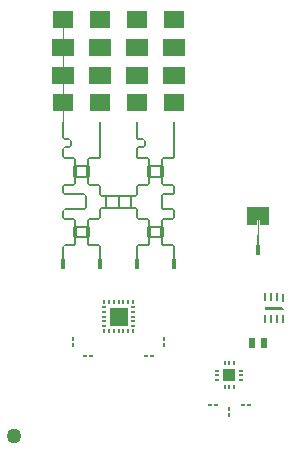
<source format=gts>
G04*
G04 #@! TF.GenerationSoftware,Altium Limited,Altium Designer,25.8.1 (18)*
G04*
G04 Layer_Color=8388736*
%FSLAX26Y26*%
%MOIN*%
G70*
G04*
G04 #@! TF.SameCoordinates,AB66D781-FBCB-4B57-8275-DC7DE2197C71*
G04*
G04*
G04 #@! TF.FilePolarity,Negative*
G04*
G01*
G75*
%ADD21R,0.010344X0.013941*%
%ADD22R,0.013941X0.010344*%
%ADD23R,0.009842X0.031496*%
%ADD24C,0.008858*%
%ADD25R,0.009842X0.027559*%
%ADD26R,0.039000X0.039000*%
%ADD27R,0.013000X0.010000*%
%ADD28R,0.010000X0.013000*%
%ADD29R,0.059000X0.059000*%
%ADD30R,0.022000X0.033000*%
%ADD31R,0.012992X0.003937*%
%ADD32C,0.050000*%
G36*
X-152332Y1177173D02*
X-183204Y1177173D01*
X-183220Y1177167D01*
X-183226Y1177152D01*
X-183226Y1141719D01*
X-183220Y1141704D01*
X-183204Y1141697D01*
X-147915Y1141697D01*
X-147915Y1084653D01*
X-183204Y1084653D01*
X-183220Y1084647D01*
X-183226Y1084632D01*
X-183226Y1049199D01*
X-183220Y1049184D01*
X-183204Y1049178D01*
X-147915Y1049178D01*
X-147915Y992134D01*
X-183204Y992134D01*
X-183220Y992128D01*
X-183226Y992112D01*
X-183226Y956679D01*
X-183220Y956664D01*
X-183204Y956658D01*
X-152332Y956658D01*
X-152332Y899614D01*
X-183204Y899614D01*
X-183220Y899608D01*
X-183226Y899593D01*
X-183226Y864160D01*
X-183220Y864145D01*
X-183204Y864139D01*
X-182385Y864139D01*
X-182385Y829435D01*
X-182379Y829420D01*
X-182364Y829414D01*
X-181285Y829414D01*
X-181285Y748161D01*
X-189532Y739913D01*
X-221677Y739913D01*
X-221692Y739907D01*
X-221698Y739892D01*
X-221698Y716766D01*
X-221692Y716751D01*
X-221677Y716745D01*
X-218683Y716745D01*
X-218683Y682346D01*
X-221677Y682346D01*
X-221692Y682340D01*
X-221698Y682325D01*
X-221698Y659199D01*
X-221692Y659184D01*
X-221677Y659178D01*
X-189532Y659178D01*
X-181285Y650930D01*
X-181285Y629098D01*
X-189532Y620850D01*
X-222295Y620850D01*
X-222310Y620844D01*
X-222316Y620829D01*
X-222316Y576715D01*
X-222310Y576700D01*
X-222295Y576694D01*
X-189532Y576694D01*
X-181285Y568446D01*
X-181285Y546614D01*
X-189532Y538366D01*
X-221677Y538366D01*
X-221692Y538360D01*
X-221698Y538345D01*
X-221698Y515219D01*
X-221692Y515204D01*
X-221677Y515197D01*
X-218683Y515197D01*
X-218683Y480799D01*
X-221677Y480799D01*
X-221692Y480793D01*
X-221698Y480778D01*
X-221698Y457652D01*
X-221692Y457637D01*
X-221677Y457631D01*
X-189532Y457631D01*
X-181285Y449383D01*
X-181285Y440928D01*
X-181279Y440912D01*
X-181264Y440906D01*
X-179903Y440906D01*
X-179903Y406990D01*
X-179897Y406975D01*
X-179882Y406969D01*
X-178230Y406969D01*
X-178230Y373480D01*
X-191179Y373480D01*
X-191179Y406969D01*
X-189527Y406969D01*
X-189512Y406975D01*
X-189506Y406990D01*
X-189506Y440906D01*
X-188145Y440906D01*
X-188130Y440912D01*
X-188124Y440928D01*
X-188124Y450770D01*
X-188130Y450785D01*
X-188145Y450791D01*
X-220290Y450791D01*
X-228538Y459039D01*
X-228538Y477337D01*
X-228544Y477352D01*
X-228559Y477358D01*
X-264118Y477358D01*
X-264133Y477352D01*
X-264139Y477337D01*
X-264139Y459039D01*
X-272387Y450791D01*
X-304531Y450791D01*
X-304546Y450785D01*
X-304553Y450770D01*
X-304553Y440928D01*
X-304546Y440912D01*
X-304531Y440906D01*
X-303171Y440906D01*
X-303171Y406990D01*
X-303164Y406975D01*
X-303149Y406969D01*
X-301498Y406969D01*
X-301498Y373480D01*
X-314447Y373480D01*
X-314447Y406969D01*
X-312795Y406969D01*
X-312780Y406975D01*
X-312774Y406990D01*
X-312774Y440906D01*
X-311413Y440906D01*
X-311398Y440912D01*
X-311392Y440928D01*
X-311392Y449383D01*
X-303144Y457631D01*
X-271000Y457631D01*
X-270985Y457637D01*
X-270978Y457652D01*
X-270978Y480778D01*
X-270985Y480793D01*
X-271000Y480799D01*
X-273994Y480799D01*
X-273994Y515197D01*
X-271000Y515197D01*
X-270985Y515204D01*
X-270978Y515219D01*
X-270978Y538345D01*
X-270985Y538360D01*
X-271000Y538366D01*
X-303144Y538366D01*
X-311392Y546614D01*
X-311392Y574754D01*
X-311398Y574769D01*
X-311413Y574776D01*
X-427799Y574776D01*
X-427814Y574769D01*
X-427820Y574754D01*
X-427820Y546614D01*
X-436068Y538366D01*
X-468212Y538366D01*
X-468228Y538360D01*
X-468234Y538345D01*
X-468234Y515219D01*
X-468228Y515204D01*
X-468212Y515197D01*
X-465218Y515197D01*
X-465218Y480799D01*
X-468212Y480799D01*
X-468228Y480793D01*
X-468234Y480778D01*
X-468234Y457652D01*
X-468228Y457637D01*
X-468212Y457631D01*
X-436068Y457631D01*
X-427820Y449383D01*
X-427820Y440928D01*
X-427814Y440912D01*
X-427799Y440906D01*
X-426438Y440906D01*
X-426438Y406990D01*
X-426432Y406975D01*
X-426417Y406969D01*
X-424765Y406969D01*
X-424765Y373480D01*
X-437715Y373480D01*
X-437715Y406969D01*
X-436063Y406969D01*
X-436048Y406975D01*
X-436041Y406990D01*
X-436041Y440906D01*
X-434681Y440906D01*
X-434666Y440912D01*
X-434660Y440928D01*
X-434660Y450770D01*
X-434666Y450785D01*
X-434681Y450791D01*
X-466825Y450791D01*
X-475073Y459039D01*
X-475073Y477337D01*
X-475079Y477352D01*
X-475094Y477358D01*
X-510653Y477358D01*
X-510668Y477352D01*
X-510675Y477337D01*
X-510675Y459039D01*
X-518922Y450791D01*
X-551067Y450791D01*
X-551082Y450785D01*
X-551088Y450770D01*
X-551088Y440928D01*
X-551082Y440912D01*
X-551067Y440906D01*
X-549706Y440906D01*
X-549706Y406990D01*
X-549700Y406975D01*
X-549685Y406969D01*
X-548033Y406969D01*
X-548033Y373480D01*
X-560982Y373480D01*
X-560982Y406969D01*
X-559331Y406969D01*
X-559315Y406975D01*
X-559309Y406990D01*
X-559309Y440906D01*
X-557949Y440906D01*
X-557933Y440912D01*
X-557927Y440928D01*
X-557927Y449383D01*
X-549680Y457631D01*
X-517535Y457631D01*
X-517520Y457637D01*
X-517514Y457652D01*
X-517514Y480778D01*
X-517520Y480793D01*
X-517535Y480799D01*
X-520530Y480799D01*
X-520530Y515197D01*
X-517535Y515197D01*
X-517520Y515204D01*
X-517514Y515219D01*
X-517514Y538345D01*
X-517520Y538360D01*
X-517535Y538366D01*
X-549680Y538366D01*
X-557927Y546614D01*
X-557927Y568446D01*
X-549680Y576694D01*
X-482681Y576694D01*
X-482666Y576700D01*
X-482660Y576715D01*
X-482660Y620829D01*
X-482666Y620844D01*
X-482681Y620850D01*
X-549680Y620850D01*
X-557927Y629098D01*
X-557927Y650930D01*
X-549680Y659178D01*
X-517535Y659178D01*
X-517520Y659184D01*
X-517514Y659199D01*
X-517514Y682325D01*
X-517520Y682340D01*
X-517535Y682346D01*
X-520530Y682346D01*
X-520530Y716745D01*
X-517535Y716745D01*
X-517520Y716751D01*
X-517514Y716766D01*
X-517514Y739892D01*
X-517520Y739907D01*
X-517535Y739913D01*
X-549680Y739913D01*
X-557927Y748161D01*
X-557927Y774915D01*
X-549680Y783162D01*
X-531972Y783162D01*
X-531957Y783168D01*
X-531951Y783183D01*
X-531951Y802868D01*
X-531957Y802884D01*
X-531972Y802890D01*
X-549680Y802890D01*
X-557927Y811137D01*
X-557927Y829414D01*
X-556848Y829414D01*
X-556833Y829420D01*
X-556827Y829435D01*
X-556827Y864139D01*
X-556008Y864139D01*
X-555993Y864145D01*
X-555986Y864160D01*
X-555986Y899593D01*
X-555993Y899608D01*
X-556008Y899614D01*
X-586880Y899614D01*
X-586880Y956658D01*
X-556008Y956658D01*
X-555993Y956664D01*
X-555986Y956679D01*
X-555986Y992112D01*
X-555993Y992128D01*
X-556008Y992134D01*
X-591297Y992134D01*
X-591297Y1049178D01*
X-556008Y1049178D01*
X-555993Y1049184D01*
X-555986Y1049199D01*
X-555986Y1084632D01*
X-555993Y1084647D01*
X-556008Y1084653D01*
X-591297Y1084653D01*
X-591297Y1141697D01*
X-556008Y1141697D01*
X-555993Y1141704D01*
X-555986Y1141719D01*
X-555986Y1177152D01*
X-555993Y1177167D01*
X-556008Y1177173D01*
X-586880Y1177173D01*
X-586880Y1234217D01*
X-522135Y1234217D01*
X-522135Y1177173D01*
X-553008Y1177173D01*
X-553023Y1177167D01*
X-553029Y1177152D01*
X-553029Y1141719D01*
X-553023Y1141704D01*
X-553008Y1141697D01*
X-517718Y1141697D01*
X-517718Y1084653D01*
X-553008Y1084653D01*
X-553023Y1084647D01*
X-553029Y1084632D01*
X-553029Y1049199D01*
X-553023Y1049184D01*
X-553008Y1049178D01*
X-517718Y1049178D01*
X-517718Y992134D01*
X-553008Y992134D01*
X-553023Y992128D01*
X-553029Y992112D01*
X-553029Y956679D01*
X-553023Y956664D01*
X-553008Y956658D01*
X-522135Y956658D01*
X-522135Y899614D01*
X-553008Y899614D01*
X-553023Y899608D01*
X-553029Y899593D01*
X-553029Y864160D01*
X-553023Y864145D01*
X-553008Y864139D01*
X-552188Y864139D01*
X-552188Y829435D01*
X-552182Y829420D01*
X-552167Y829414D01*
X-551088Y829414D01*
X-551088Y809750D01*
X-551082Y809735D01*
X-551067Y809729D01*
X-533359Y809729D01*
X-525112Y801482D01*
X-525112Y784570D01*
X-533359Y776323D01*
X-551067Y776323D01*
X-551082Y776317D01*
X-551088Y776302D01*
X-551088Y746774D01*
X-551082Y746759D01*
X-551067Y746753D01*
X-518922Y746753D01*
X-510675Y738505D01*
X-510675Y720207D01*
X-510668Y720192D01*
X-510653Y720186D01*
X-475094Y720186D01*
X-475079Y720192D01*
X-475073Y720207D01*
X-475073Y738505D01*
X-466826Y746753D01*
X-434681Y746753D01*
X-434666Y746759D01*
X-434660Y746774D01*
X-434660Y829414D01*
X-433580Y829414D01*
X-433565Y829420D01*
X-433559Y829435D01*
X-433559Y864139D01*
X-432740Y864139D01*
X-432725Y864145D01*
X-432719Y864160D01*
X-432719Y899593D01*
X-432725Y899608D01*
X-432740Y899614D01*
X-463612Y899614D01*
X-463612Y956658D01*
X-432740Y956658D01*
X-432725Y956664D01*
X-432719Y956679D01*
X-432719Y992112D01*
X-432725Y992128D01*
X-432740Y992134D01*
X-468030Y992134D01*
X-468030Y1049178D01*
X-432740Y1049178D01*
X-432725Y1049184D01*
X-432719Y1049199D01*
X-432719Y1084632D01*
X-432725Y1084647D01*
X-432740Y1084653D01*
X-468030Y1084653D01*
X-468030Y1141697D01*
X-432740Y1141697D01*
X-432725Y1141704D01*
X-432719Y1141719D01*
X-432719Y1177152D01*
X-432725Y1177167D01*
X-432740Y1177173D01*
X-463612Y1177173D01*
X-463612Y1234217D01*
X-398868Y1234217D01*
X-398868Y1177173D01*
X-429740Y1177173D01*
X-429755Y1177167D01*
X-429761Y1177152D01*
X-429761Y1141719D01*
X-429755Y1141704D01*
X-429740Y1141697D01*
X-394450Y1141697D01*
X-394450Y1084653D01*
X-429740Y1084653D01*
X-429755Y1084647D01*
X-429761Y1084632D01*
X-429761Y1049199D01*
X-429755Y1049184D01*
X-429740Y1049178D01*
X-394450Y1049178D01*
X-394450Y992134D01*
X-429740Y992134D01*
X-429755Y992128D01*
X-429761Y992112D01*
X-429761Y956679D01*
X-429755Y956664D01*
X-429740Y956658D01*
X-398868Y956658D01*
X-398868Y899614D01*
X-429740Y899614D01*
X-429755Y899608D01*
X-429761Y899593D01*
X-429761Y864160D01*
X-429755Y864145D01*
X-429740Y864139D01*
X-428921Y864139D01*
X-428921Y829435D01*
X-428914Y829420D01*
X-428899Y829414D01*
X-427820Y829414D01*
X-427820Y748161D01*
X-436068Y739913D01*
X-468212Y739913D01*
X-468228Y739907D01*
X-468234Y739892D01*
X-468234Y716766D01*
X-468228Y716751D01*
X-468212Y716745D01*
X-465218Y716745D01*
X-465218Y682346D01*
X-468212Y682346D01*
X-468228Y682340D01*
X-468234Y682325D01*
X-468234Y659199D01*
X-468228Y659184D01*
X-468212Y659178D01*
X-436068Y659178D01*
X-427820Y650930D01*
X-427820Y622790D01*
X-427814Y622775D01*
X-427799Y622768D01*
X-311413Y622768D01*
X-311398Y622775D01*
X-311392Y622790D01*
X-311392Y650930D01*
X-303144Y659178D01*
X-271000Y659178D01*
X-270985Y659184D01*
X-270978Y659199D01*
X-270978Y682325D01*
X-270985Y682340D01*
X-271000Y682346D01*
X-273994Y682346D01*
X-273994Y716745D01*
X-271000Y716745D01*
X-270985Y716751D01*
X-270978Y716766D01*
X-270978Y739892D01*
X-270985Y739907D01*
X-271000Y739913D01*
X-303144Y739913D01*
X-311392Y748161D01*
X-311392Y774915D01*
X-303144Y783162D01*
X-285437Y783162D01*
X-285422Y783168D01*
X-285416Y783183D01*
X-285416Y802868D01*
X-285422Y802884D01*
X-285437Y802890D01*
X-303144Y802890D01*
X-311392Y811137D01*
X-311392Y829414D01*
X-310313Y829414D01*
X-310298Y829420D01*
X-310291Y829435D01*
X-310291Y864139D01*
X-309472Y864139D01*
X-309457Y864145D01*
X-309451Y864160D01*
X-309451Y899593D01*
X-309457Y899608D01*
X-309472Y899614D01*
X-340345Y899614D01*
X-340345Y956658D01*
X-309472Y956658D01*
X-309457Y956664D01*
X-309451Y956679D01*
X-309451Y992112D01*
X-309457Y992128D01*
X-309472Y992134D01*
X-344762Y992134D01*
X-344762Y1049178D01*
X-309472Y1049178D01*
X-309457Y1049184D01*
X-309451Y1049199D01*
X-309451Y1084632D01*
X-309457Y1084647D01*
X-309472Y1084653D01*
X-344762Y1084653D01*
X-344762Y1141697D01*
X-309472Y1141697D01*
X-309457Y1141704D01*
X-309451Y1141719D01*
X-309451Y1177152D01*
X-309457Y1177167D01*
X-309472Y1177173D01*
X-340345Y1177173D01*
X-340345Y1234217D01*
X-275600Y1234217D01*
X-275600Y1177173D01*
X-306472Y1177173D01*
X-306487Y1177167D01*
X-306493Y1177152D01*
X-306493Y1141719D01*
X-306487Y1141704D01*
X-306472Y1141697D01*
X-271183Y1141697D01*
X-271183Y1084653D01*
X-306472Y1084653D01*
X-306487Y1084647D01*
X-306493Y1084632D01*
X-306493Y1049199D01*
X-306487Y1049184D01*
X-306472Y1049178D01*
X-271183Y1049178D01*
X-271183Y992134D01*
X-306472Y992134D01*
X-306487Y992128D01*
X-306493Y992112D01*
X-306493Y956679D01*
X-306487Y956664D01*
X-306472Y956658D01*
X-275600Y956658D01*
X-275600Y899614D01*
X-306472Y899614D01*
X-306487Y899608D01*
X-306493Y899593D01*
X-306493Y864160D01*
X-306487Y864145D01*
X-306472Y864139D01*
X-305653Y864139D01*
X-305653Y829435D01*
X-305647Y829420D01*
X-305632Y829414D01*
X-304553Y829414D01*
X-304553Y809750D01*
X-304546Y809735D01*
X-304531Y809729D01*
X-286824Y809729D01*
X-278576Y801482D01*
X-278576Y784570D01*
X-286824Y776323D01*
X-304531Y776323D01*
X-304546Y776317D01*
X-304553Y776302D01*
X-304553Y746774D01*
X-304546Y746759D01*
X-304531Y746753D01*
X-272387Y746753D01*
X-264139Y738505D01*
X-264139Y720207D01*
X-264133Y720192D01*
X-264118Y720186D01*
X-228559Y720186D01*
X-228544Y720192D01*
X-228538Y720207D01*
X-228538Y738505D01*
X-220290Y746753D01*
X-188145Y746753D01*
X-188130Y746759D01*
X-188124Y746774D01*
X-188124Y829414D01*
X-187045Y829414D01*
X-187030Y829420D01*
X-187024Y829435D01*
X-187024Y864139D01*
X-186204Y864139D01*
X-186189Y864145D01*
X-186183Y864160D01*
X-186183Y899593D01*
X-186189Y899608D01*
X-186204Y899614D01*
X-217077Y899614D01*
X-217077Y956658D01*
X-186204Y956658D01*
X-186189Y956664D01*
X-186183Y956679D01*
X-186183Y992112D01*
X-186189Y992128D01*
X-186204Y992134D01*
X-221494Y992134D01*
X-221494Y1049178D01*
X-186204Y1049178D01*
X-186189Y1049184D01*
X-186183Y1049199D01*
X-186183Y1084632D01*
X-186189Y1084647D01*
X-186204Y1084653D01*
X-221494Y1084653D01*
X-221494Y1141697D01*
X-186204Y1141697D01*
X-186189Y1141704D01*
X-186183Y1141719D01*
X-186183Y1177152D01*
X-186189Y1177167D01*
X-186204Y1177173D01*
X-217077Y1177173D01*
X-217077Y1234217D01*
X-152332Y1234217D01*
X-152332Y1177173D01*
X-152332Y1177173D02*
G37*
G36*
X133187Y522858D02*
X100880Y522858D01*
X100880Y538604D01*
X100879Y538606D01*
X100878Y538606D01*
X97878Y538606D01*
X97876Y538606D01*
X97876Y538604D01*
X97876Y487620D01*
X97876Y487618D01*
X97878Y487618D01*
X99811Y487618D01*
X99811Y453270D01*
X99811Y453268D01*
X99813Y453267D01*
X102872Y453267D01*
X102872Y419740D01*
X89884Y419740D01*
X89884Y453267D01*
X92943Y453267D01*
X92945Y453268D01*
X92945Y453270D01*
X92945Y487618D01*
X94878Y487618D01*
X94879Y487618D01*
X94880Y487620D01*
X94880Y538604D01*
X94879Y538606D01*
X94878Y538606D01*
X91878Y538606D01*
X91876Y538606D01*
X91876Y538604D01*
X91876Y522858D01*
X59569Y522858D01*
X59569Y579941D01*
X133187Y579941D01*
X133187Y522858D01*
X133187Y522858D02*
G37*
G36*
X181024Y242575D02*
X181024Y238638D01*
X118031Y238638D01*
X118031Y248480D01*
X175118Y248480D01*
X181024Y242575D01*
X181024Y242575D02*
G37*
%LPC*%
G36*
X-231575Y713346D02*
X-261102Y713346D01*
X-261117Y713340D01*
X-261123Y713325D01*
X-261123Y685766D01*
X-261117Y685751D01*
X-261102Y685745D01*
X-231575Y685745D01*
X-231560Y685751D01*
X-231553Y685766D01*
X-231553Y713325D01*
X-231560Y713340D01*
X-231575Y713346D01*
X-231575Y713346D02*
G37*
G36*
X-478110Y713346D02*
X-507638Y713346D01*
X-507653Y713340D01*
X-507659Y713325D01*
X-507659Y685766D01*
X-507653Y685751D01*
X-507638Y685745D01*
X-478110Y685745D01*
X-478095Y685751D01*
X-478089Y685766D01*
X-478089Y713325D01*
X-478095Y713340D01*
X-478110Y713346D01*
X-478110Y713346D02*
G37*
G36*
X-331894Y615929D02*
X-366165Y615929D01*
X-366180Y615923D01*
X-366187Y615908D01*
X-366187Y581636D01*
X-366180Y581621D01*
X-366165Y581615D01*
X-331894Y581615D01*
X-331878Y581621D01*
X-331872Y581636D01*
X-331872Y615908D01*
X-331878Y615923D01*
X-331894Y615929D01*
X-331894Y615929D02*
G37*
G36*
X-373047Y615929D02*
X-407319Y615929D01*
X-407334Y615923D01*
X-407340Y615908D01*
X-407340Y581636D01*
X-407334Y581621D01*
X-407319Y581615D01*
X-373047Y581615D01*
X-373032Y581621D01*
X-373026Y581636D01*
X-373026Y615908D01*
X-373032Y615923D01*
X-373047Y615929D01*
X-373047Y615929D02*
G37*
G36*
X-228559Y678905D02*
X-264118Y678905D01*
X-264133Y678899D01*
X-264139Y678884D01*
X-264139Y660586D01*
X-272387Y652339D01*
X-304531Y652339D01*
X-304546Y652332D01*
X-304553Y652317D01*
X-304553Y624177D01*
X-312800Y615929D01*
X-325012Y615929D01*
X-325027Y615923D01*
X-325033Y615908D01*
X-325033Y581636D01*
X-325027Y581621D01*
X-325012Y581615D01*
X-312800Y581615D01*
X-304553Y573367D01*
X-304553Y545227D01*
X-304546Y545212D01*
X-304531Y545205D01*
X-272387Y545205D01*
X-264139Y536958D01*
X-264139Y518660D01*
X-264133Y518645D01*
X-264118Y518639D01*
X-228559Y518639D01*
X-228544Y518645D01*
X-228538Y518660D01*
X-228538Y536958D01*
X-220290Y545205D01*
X-188145Y545205D01*
X-188130Y545212D01*
X-188124Y545227D01*
X-188124Y569833D01*
X-188130Y569848D01*
X-188145Y569854D01*
X-220908Y569854D01*
X-229156Y578102D01*
X-229156Y619442D01*
X-220908Y627690D01*
X-188145Y627690D01*
X-188130Y627696D01*
X-188124Y627711D01*
X-188124Y652317D01*
X-188130Y652332D01*
X-188145Y652339D01*
X-220290Y652339D01*
X-228538Y660586D01*
X-228538Y678884D01*
X-228544Y678899D01*
X-228559Y678905D01*
X-228559Y678905D02*
G37*
G36*
X-475094Y678905D02*
X-510653Y678905D01*
X-510668Y678899D01*
X-510675Y678884D01*
X-510675Y660586D01*
X-518922Y652339D01*
X-551067Y652339D01*
X-551082Y652332D01*
X-551088Y652317D01*
X-551088Y627711D01*
X-551082Y627696D01*
X-551067Y627690D01*
X-484068Y627690D01*
X-475820Y619442D01*
X-475820Y578102D01*
X-484068Y569854D01*
X-551067Y569854D01*
X-551082Y569848D01*
X-551088Y569833D01*
X-551088Y545227D01*
X-551082Y545212D01*
X-551067Y545205D01*
X-518922Y545205D01*
X-510675Y536958D01*
X-510675Y518660D01*
X-510668Y518645D01*
X-510653Y518639D01*
X-475094Y518639D01*
X-475079Y518645D01*
X-475073Y518660D01*
X-475073Y536958D01*
X-466825Y545205D01*
X-434681Y545205D01*
X-434666Y545212D01*
X-434660Y545227D01*
X-434660Y573367D01*
X-426412Y581615D01*
X-414201Y581615D01*
X-414185Y581621D01*
X-414179Y581636D01*
X-414179Y615908D01*
X-414185Y615923D01*
X-414201Y615929D01*
X-426412Y615929D01*
X-434660Y624177D01*
X-434660Y652317D01*
X-434666Y652332D01*
X-434681Y652339D01*
X-466825Y652339D01*
X-475073Y660586D01*
X-475073Y678884D01*
X-475079Y678899D01*
X-475094Y678905D01*
X-475094Y678905D02*
G37*
G36*
X-231575Y511799D02*
X-261102Y511799D01*
X-261117Y511793D01*
X-261123Y511778D01*
X-261123Y484219D01*
X-261117Y484204D01*
X-261102Y484197D01*
X-231575Y484197D01*
X-231560Y484204D01*
X-231553Y484219D01*
X-231553Y511778D01*
X-231560Y511793D01*
X-231575Y511799D01*
X-231575Y511799D02*
G37*
G36*
X-478110Y511799D02*
X-507638Y511799D01*
X-507653Y511793D01*
X-507659Y511778D01*
X-507659Y484219D01*
X-507653Y484204D01*
X-507638Y484197D01*
X-478110Y484197D01*
X-478095Y484204D01*
X-478089Y484219D01*
X-478089Y511778D01*
X-478095Y511793D01*
X-478110Y511799D01*
X-478110Y511799D02*
G37*
%LPD*%
D21*
X-219449Y142520D02*
D03*
X-219449Y122496D02*
D03*
X-519764Y142520D02*
D03*
X-519764Y122496D02*
D03*
X-79Y-112910D02*
D03*
X-79Y-92885D02*
D03*
D22*
X-276535Y86079D02*
D03*
X-256511Y86079D02*
D03*
X-462677Y86079D02*
D03*
X-482702Y86079D02*
D03*
X66757Y-79276D02*
D03*
X46732Y-79276D02*
D03*
X-66363Y-79276D02*
D03*
X-46339Y-79276D02*
D03*
D23*
X179055Y278008D02*
D03*
D24*
X149528Y243559D02*
D03*
D25*
X179055Y207142D02*
D03*
X159370Y207142D02*
D03*
X139685Y207142D02*
D03*
X120000Y207142D02*
D03*
X120000Y279976D02*
D03*
X139685Y279976D02*
D03*
X159370Y279976D02*
D03*
D26*
X197Y19779D02*
D03*
D27*
X40197Y35528D02*
D03*
X40197Y19779D02*
D03*
X40197Y4032D02*
D03*
X-39803Y4032D02*
D03*
X-39803Y19779D02*
D03*
X-39803Y35528D02*
D03*
X-320106Y184504D02*
D03*
X-320106Y200252D02*
D03*
X-320106Y216000D02*
D03*
X-320106Y231748D02*
D03*
X-320106Y247496D02*
D03*
X-419106Y247496D02*
D03*
X-419106Y231748D02*
D03*
X-419106Y216000D02*
D03*
X-419106Y200252D02*
D03*
X-419106Y184504D02*
D03*
D28*
X15945Y-20221D02*
D03*
X197Y-20221D02*
D03*
X-15551Y-20221D02*
D03*
X-15551Y59779D02*
D03*
X197Y59779D02*
D03*
X15945Y59779D02*
D03*
X-416850Y166500D02*
D03*
X-401102Y166500D02*
D03*
X-385354Y166500D02*
D03*
X-369606Y166500D02*
D03*
X-353858Y166500D02*
D03*
X-338110Y166500D02*
D03*
X-322362Y166500D02*
D03*
X-322362Y265500D02*
D03*
X-338110Y265500D02*
D03*
X-353858Y265500D02*
D03*
X-369606Y265500D02*
D03*
X-385354Y265500D02*
D03*
X-401102Y265500D02*
D03*
X-416850Y265500D02*
D03*
D29*
X-369606Y216000D02*
D03*
D30*
X114197Y126425D02*
D03*
X76197Y126425D02*
D03*
D31*
X96378Y419740D02*
D03*
D32*
X-716535Y-181102D02*
D03*
M02*

</source>
